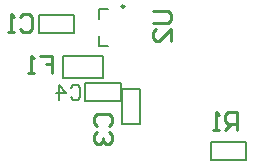
<source format=gbo>
G04*
G04 #@! TF.GenerationSoftware,Altium Limited,Altium Designer,22.4.2 (48)*
G04*
G04 Layer_Color=32896*
%FSLAX25Y25*%
%MOIN*%
G70*
G04*
G04 #@! TF.SameCoordinates,F7E3B1D8-2F66-413B-9CB6-F982D94F727F*
G04*
G04*
G04 #@! TF.FilePolarity,Positive*
G04*
G01*
G75*
%ADD11C,0.00984*%
%ADD12C,0.00787*%
%ADD13C,0.01000*%
D11*
X42224Y62795D02*
G03*
X42224Y62795I-492J0D01*
G01*
D12*
X29232Y31398D02*
Y37303D01*
X41043D01*
Y31398D02*
Y37303D01*
X29232Y31398D02*
X41043D01*
X70965Y11614D02*
X82776D01*
Y17520D01*
X70965D02*
X82776D01*
X70965Y11614D02*
Y17520D01*
X33661Y49606D02*
Y52953D01*
Y49606D02*
X36811D01*
X33661Y58465D02*
Y61811D01*
X36811D01*
X13780Y54016D02*
X25591D01*
Y59921D01*
X13780D02*
X25591D01*
X13780Y54016D02*
Y59921D01*
X35039Y38780D02*
Y46260D01*
X21654Y38780D02*
X35039D01*
X21654D02*
Y46260D01*
X35039D01*
X47441Y23425D02*
Y35236D01*
X41535D02*
X47441D01*
X41535Y23425D02*
Y35236D01*
Y23425D02*
X47441D01*
X24311Y35629D02*
X25098Y36417D01*
X26672D01*
X27459Y35629D01*
Y32481D01*
X26672Y31694D01*
X25098D01*
X24311Y32481D01*
X20375Y31694D02*
Y36417D01*
X22737Y34055D01*
X19588D01*
D13*
X14075Y46404D02*
X18074D01*
Y43406D01*
X16074D01*
X18074D01*
Y40407D01*
X12075D02*
X10076D01*
X11076D01*
Y46404D01*
X12075Y45405D01*
X51824Y61298D02*
X56822D01*
X57822Y60298D01*
Y58299D01*
X56822Y57299D01*
X51824D01*
X57822Y51301D02*
Y55300D01*
X53823Y51301D01*
X52824D01*
X51824Y52301D01*
Y54300D01*
X52824Y55300D01*
X79884Y21607D02*
Y27605D01*
X76885D01*
X75886Y26606D01*
Y24606D01*
X76885Y23607D01*
X79884D01*
X77885D02*
X75886Y21607D01*
X73887D02*
X71887D01*
X72887D01*
Y27605D01*
X73887Y26606D01*
X33040Y22850D02*
X32040Y23850D01*
Y25849D01*
X33040Y26849D01*
X37039D01*
X38038Y25849D01*
Y23850D01*
X37039Y22850D01*
X33040Y20851D02*
X32040Y19851D01*
Y17852D01*
X33040Y16852D01*
X34040D01*
X35039Y17852D01*
Y18851D01*
Y17852D01*
X36039Y16852D01*
X37039D01*
X38038Y17852D01*
Y19851D01*
X37039Y20851D01*
X7283Y59184D02*
X8283Y60184D01*
X10283D01*
X11282Y59184D01*
Y55186D01*
X10283Y54186D01*
X8283D01*
X7283Y55186D01*
X5284Y54186D02*
X3285D01*
X4284D01*
Y60184D01*
X5284Y59184D01*
M02*

</source>
